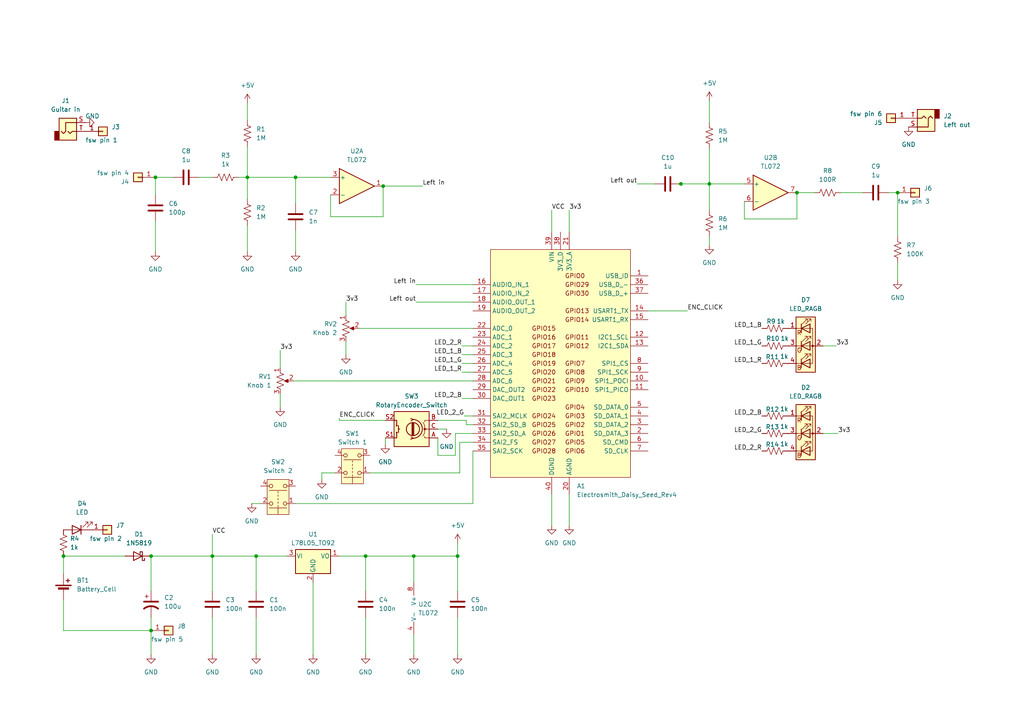
<source format=kicad_sch>
(kicad_sch (version 20230121) (generator eeschema)
  (paper "A4")
  (title_block (title "DaisyPdal") (rev "0.1"))
  (lib_symbols
    (symbol "Amplifier_Operational:TL072" (pin_names (offset 0.127))
      (property "Reference" "U" (at 0 5.08 0))
      (property "Value" "TL072" (at 0 -5.08 0))
      (symbol "TL072_1_1"
        (polyline (pts (xy -5.08 5.08) (xy 5.08 0) (xy -5.08 -5.08) (xy -5.08 5.08)) (stroke (width 0.254)) (fill (type background)))
        (pin output line (at 7.62 0 180) (length 2.54) (name "~") (number "1"))
        (pin input line (at -7.62 -2.54 0) (length 2.54) (name "-") (number "2"))
        (pin input line (at -7.62 2.54 0) (length 2.54) (name "+") (number "3"))
      )
      (symbol "TL072_2_1"
        (polyline (pts (xy -5.08 5.08) (xy 5.08 0) (xy -5.08 -5.08) (xy -5.08 5.08)) (stroke (width 0.254)) (fill (type background)))
        (pin input line (at -7.62 2.54 0) (length 2.54) (name "+") (number "5"))
        (pin input line (at -7.62 -2.54 0) (length 2.54) (name "-") (number "6"))
        (pin output line (at 7.62 0 180) (length 2.54) (name "~") (number "7"))
      )
      (symbol "TL072_3_1"
        (pin power_in line (at -2.54 -7.62 90) (length 3.81) (name "V-") (number "4"))
        (pin power_in line (at -2.54 7.62 270) (length 3.81) (name "V+") (number "8"))
      )
    )
    (symbol "Connector_Audio:AudioJack2"
      (property "Reference" "J" (at 0 8.89 0))
      (property "Value" "AudioJack2" (at 0 6.35 0))
      (symbol "AudioJack2_0_1"
        (rectangle (start -3.81 0) (end -2.54 -2.54) (stroke (width 0.254)) (fill (type outline)))
        (rectangle (start -2.54 3.81) (end 2.54 -2.54) (stroke (width 0.254)) (fill (type background)))
        (polyline (pts (xy 0 0) (xy 0.635 -0.635) (xy 1.27 0) (xy 2.54 0)) (stroke (width 0.254)))
        (polyline (pts (xy 2.54 2.54) (xy -0.635 2.54) (xy -0.635 0) (xy -1.27 -0.635) (xy -1.905 0)) (stroke (width 0.254)))
      )
      (symbol "AudioJack2_1_1"
        (pin passive line (at 5.08 2.54 180) (length 2.54) (name "~") (number "S"))
        (pin passive line (at 5.08 0 180) (length 2.54) (name "~") (number "T"))
      )
    )
    (symbol "Connector_Generic:Conn_01x01" (pin_names (offset 1.016) hide)
      (property "Reference" "J" (at 0 2.54 0))
      (property "Value" "Conn_01x01" (at 0 -2.54 0))
      (symbol "Conn_01x01_1_1"
        (rectangle (start -1.27 0.127) (end 0 -0.127) (stroke (width 0.1524)))
        (rectangle (start -1.27 1.27) (end 1.27 -1.27) (stroke (width 0.254)) (fill (type background)))
        (pin passive line (at -5.08 0 0) (length 3.81) (name "Pin_1") (number "1"))
      )
    )
    (symbol "Device:Battery_Cell" (pin_numbers hide) (pin_names (offset 0) hide)
      (property "Reference" "BT" (at 2.54 2.54 0))
      (property "Value" "Battery_Cell" (at 2.54 0 0))
      (symbol "Battery_Cell_0_1"
        (rectangle (start -2.286 1.778) (end 2.286 1.524) (fill (type outline)))
        (rectangle (start -1.524 1.016) (end 1.524 0.508) (fill (type outline)))
        (polyline (pts (xy 0 0.762) (xy 0 0)))
        (polyline (pts (xy 0 1.778) (xy 0 2.54)))
        (polyline (pts (xy 0.762 3.048) (xy 1.778 3.048)) (stroke (width 0.254)))
        (polyline (pts (xy 1.27 3.556) (xy 1.27 2.54)) (stroke (width 0.254)))
      )
      (symbol "Battery_Cell_1_1"
        (pin passive line (at 0 5.08 270) (length 2.54) (name "+") (number "1"))
        (pin passive line (at 0 -2.54 90) (length 2.54) (name "-") (number "2"))
      )
    )
    (symbol "Device:C" (pin_numbers hide) (pin_names (offset 0.254))
      (property "Reference" "C" (at 0.635 2.54 0))
      (property "Value" "C" (at 0.635 -2.54 0))
      (symbol "C_0_1"
        (polyline (pts (xy -2.032 -0.762) (xy 2.032 -0.762)) (stroke (width 0.508)))
        (polyline (pts (xy -2.032 0.762) (xy 2.032 0.762)) (stroke (width 0.508)))
      )
      (symbol "C_1_1"
        (pin passive line (at 0 3.81 270) (length 2.794) (name "~") (number "1"))
        (pin passive line (at 0 -3.81 90) (length 2.794) (name "~") (number "2"))
      )
    )
    (symbol "Device:C_Polarized_US" (pin_numbers hide) (pin_names (offset 0.254) hide)
      (property "Reference" "C" (at 0.635 2.54 0))
      (property "Value" "C_Polarized_US" (at 0.635 -2.54 0))
      (symbol "C_Polarized_US_0_1"
        (polyline (pts (xy -2.032 0.762) (xy 2.032 0.762)) (stroke (width 0.508)))
        (polyline (pts (xy -1.778 2.286) (xy -0.762 2.286)))
        (polyline (pts (xy -1.27 1.778) (xy -1.27 2.794)))
        (arc (start 2.032 -1.27) (mid 0 -0.5572) (end -2.032 -1.27) (stroke (width 0.508)))
      )
      (symbol "C_Polarized_US_1_1"
        (pin passive line (at 0 3.81 270) (length 2.794) (name "~") (number "1"))
        (pin passive line (at 0 -3.81 90) (length 3.302) (name "~") (number "2"))
      )
    )
    (symbol "Device:LED" (pin_numbers hide) (pin_names (offset 1.016) hide)
      (property "Reference" "D" (at 0 2.54 0))
      (property "Value" "LED" (at 0 -2.54 0))
      (symbol "LED_0_1"
        (polyline (pts (xy -1.27 -1.27) (xy -1.27 1.27)) (stroke (width 0.254)))
        (polyline (pts (xy -1.27 0) (xy 1.27 0)))
        (polyline (pts (xy 1.27 -1.27) (xy 1.27 1.27) (xy -1.27 0) (xy 1.27 -1.27)) (stroke (width 0.254)))
        (polyline (pts (xy -3.048 -0.762) (xy -4.572 -2.286) (xy -3.81 -2.286) (xy -4.572 -2.286) (xy -4.572 -1.524)))
        (polyline (pts (xy -1.778 -0.762) (xy -3.302 -2.286) (xy -2.54 -2.286) (xy -3.302 -2.286) (xy -3.302 -1.524)))
      )
      (symbol "LED_1_1"
        (pin passive line (at -3.81 0 0) (length 2.54) (name "K") (number "1"))
        (pin passive line (at 3.81 0 180) (length 2.54) (name "A") (number "2"))
      )
    )
    (symbol "Device:LED_RAGB" (pin_names (offset 0) hide)
      (property "Reference" "D" (at 0 9.398 0))
      (property "Value" "LED_RAGB" (at 0 -8.89 0))
      (symbol "LED_RAGB_0_0"
        (text "B" (at -1.905 -6.35 0) (effects (font (size 1.27 1.27))))
        (text "G" (at -1.905 -1.27 0) (effects (font (size 1.27 1.27))))
        (text "R" (at -1.905 3.81 0) (effects (font (size 1.27 1.27))))
      )
      (symbol "LED_RAGB_0_1"
        (polyline (pts (xy -1.27 -5.08) (xy -2.54 -5.08)))
        (polyline (pts (xy -1.27 -5.08) (xy 1.27 -5.08)))
        (polyline (pts (xy -1.27 -3.81) (xy -1.27 -6.35)) (stroke (width 0.254)))
        (polyline (pts (xy -1.27 0) (xy -2.54 0)))
        (polyline (pts (xy -1.27 1.27) (xy -1.27 -1.27)) (stroke (width 0.254)))
        (polyline (pts (xy -1.27 5.08) (xy -2.54 5.08)))
        (polyline (pts (xy -1.27 5.08) (xy 1.27 5.08)))
        (polyline (pts (xy -1.27 6.35) (xy -1.27 3.81)) (stroke (width 0.254)))
        (polyline (pts (xy 1.27 0) (xy -1.27 0)))
        (polyline (pts (xy 1.27 0) (xy 2.54 0)))
        (polyline (pts (xy -1.27 1.27) (xy -1.27 -1.27) (xy -1.27 -1.27)))
        (polyline (pts (xy -1.27 6.35) (xy -1.27 3.81) (xy -1.27 3.81)))
        (polyline (pts (xy 1.27 -5.08) (xy 2.032 -5.08) (xy 2.032 5.08) (xy 1.27 5.08)))
        (polyline (pts (xy 1.27 -3.81) (xy 1.27 -6.35) (xy -1.27 -5.08) (xy 1.27 -3.81)) (stroke (width 0.254)))
        (polyline (pts (xy 1.27 1.27) (xy 1.27 -1.27) (xy -1.27 0) (xy 1.27 1.27)) (stroke (width 0.254)))
        (polyline (pts (xy 1.27 6.35) (xy 1.27 3.81) (xy -1.27 5.08) (xy 1.27 6.35)) (stroke (width 0.254)))
        (polyline (pts (xy -1.016 -3.81) (xy 0.508 -2.286) (xy -0.254 -2.286) (xy 0.508 -2.286) (xy 0.508 -3.048)))
        (polyline (pts (xy -1.016 1.27) (xy 0.508 2.794) (xy -0.254 2.794) (xy 0.508 2.794) (xy 0.508 2.032)))
        (polyline (pts (xy -1.016 6.35) (xy 0.508 7.874) (xy -0.254 7.874) (xy 0.508 7.874) (xy 0.508 7.112)))
        (polyline (pts (xy 0 -3.81) (xy 1.524 -2.286) (xy 0.762 -2.286) (xy 1.524 -2.286) (xy 1.524 -3.048)))
        (polyline (pts (xy 0 1.27) (xy 1.524 2.794) (xy 0.762 2.794) (xy 1.524 2.794) (xy 1.524 2.032)))
        (polyline (pts (xy 0 6.35) (xy 1.524 7.874) (xy 0.762 7.874) (xy 1.524 7.874) (xy 1.524 7.112)))
        (rectangle (start 1.27 -1.27) (end 1.27 1.27))
        (rectangle (start 1.27 1.27) (end 1.27 1.27))
        (rectangle (start 1.27 3.81) (end 1.27 6.35))
        (rectangle (start 1.27 6.35) (end 1.27 6.35))
        (circle (center 2.032 0) (radius 0.254) (fill (type outline)))
        (rectangle (start 2.794 8.382) (end -2.794 -7.62) (stroke (width 0.254)) (fill (type background)))
      )
      (symbol "LED_RAGB_1_1"
        (pin passive line (at -5.08 5.08 0) (length 2.54) (name "RK") (number "1"))
        (pin passive line (at 5.08 0 180) (length 2.54) (name "A") (number "2"))
        (pin passive line (at -5.08 0 0) (length 2.54) (name "GK") (number "3"))
        (pin passive line (at -5.08 -5.08 0) (length 2.54) (name "BK") (number "4"))
      )
    )
    (symbol "Device:R_Potentiometer_US" (pin_names (offset 1.016) hide)
      (property "Reference" "RV" (at -4.445 0 90))
      (property "Value" "R_Potentiometer_US" (at -2.54 0 90))
      (symbol "R_Potentiometer_US_0_1"
        (polyline (pts (xy 0 -2.286) (xy 0 -2.54)))
        (polyline (pts (xy 0 2.54) (xy 0 2.286)))
        (polyline (pts (xy 2.54 0) (xy 1.524 0)))
        (polyline (pts (xy 1.143 0) (xy 2.286 0.508) (xy 2.286 -0.508) (xy 1.143 0)) (fill (type outline)))
        (polyline (pts (xy 0 -0.762) (xy 1.016 -1.143) (xy 0 -1.524) (xy -1.016 -1.905) (xy 0 -2.286)))
        (polyline (pts (xy 0 0.762) (xy 1.016 0.381) (xy 0 0) (xy -1.016 -0.381) (xy 0 -0.762)))
        (polyline (pts (xy 0 2.286) (xy 1.016 1.905) (xy 0 1.524) (xy -1.016 1.143) (xy 0 0.762)))
      )
      (symbol "R_Potentiometer_US_1_1"
        (pin passive line (at 0 3.81 270) (length 1.27) (name "1") (number "1"))
        (pin passive line (at 3.81 0 180) (length 1.27) (name "2") (number "2"))
        (pin passive line (at 0 -3.81 90) (length 1.27) (name "3") (number "3"))
      )
    )
    (symbol "Device:R_US" (pin_numbers hide) (pin_names (offset 0))
      (property "Reference" "R" (at 2.54 0 90))
      (property "Value" "R_US" (at -2.54 0 90))
      (symbol "R_US_0_1"
        (polyline (pts (xy 0 -2.286) (xy 0 -2.54)))
        (polyline (pts (xy 0 2.286) (xy 0 2.54)))
        (polyline (pts (xy 0 -0.762) (xy 1.016 -1.143) (xy 0 -1.524) (xy -1.016 -1.905) (xy 0 -2.286)))
        (polyline (pts (xy 0 0.762) (xy 1.016 0.381) (xy 0 0) (xy -1.016 -0.381) (xy 0 -0.762)))
        (polyline (pts (xy 0 2.286) (xy 1.016 1.905) (xy 0 1.524) (xy -1.016 1.143) (xy 0 0.762)))
      )
      (symbol "R_US_1_1"
        (pin passive line (at 0 3.81 270) (length 1.27) (name "~") (number "1"))
        (pin passive line (at 0 -3.81 90) (length 1.27) (name "~") (number "2"))
      )
    )
    (symbol "Device:RotaryEncoder_Switch" (pin_names (offset 0.254) hide)
      (property "Reference" "SW" (at 0 6.604 0))
      (property "Value" "RotaryEncoder_Switch" (at 0 -6.604 0))
      (symbol "RotaryEncoder_Switch_0_1"
        (rectangle (start -5.08 5.08) (end 5.08 -5.08) (stroke (width 0.254)) (fill (type background)))
        (circle (center -3.81 0) (radius 0.254) (fill (type outline)))
        (circle (center -0.381 0) (radius 1.905) (stroke (width 0.254)))
        (arc (start -0.381 2.667) (mid -3.0988 -0.0635) (end -0.381 -2.794) (stroke (width 0.254)))
        (polyline (pts (xy -0.635 -1.778) (xy -0.635 1.778)) (stroke (width 0.254)))
        (polyline (pts (xy -0.381 -1.778) (xy -0.381 1.778)) (stroke (width 0.254)))
        (polyline (pts (xy -0.127 1.778) (xy -0.127 -1.778)) (stroke (width 0.254)))
        (polyline (pts (xy 3.81 0) (xy 3.429 0)) (stroke (width 0.254)))
        (polyline (pts (xy 3.81 1.016) (xy 3.81 -1.016)) (stroke (width 0.254)))
        (polyline (pts (xy -5.08 -2.54) (xy -3.81 -2.54) (xy -3.81 -2.032)))
        (polyline (pts (xy -5.08 2.54) (xy -3.81 2.54) (xy -3.81 2.032)))
        (polyline (pts (xy 0.254 -3.048) (xy -0.508 -2.794) (xy 0.127 -2.413)) (stroke (width 0.254)))
        (polyline (pts (xy 0.254 2.921) (xy -0.508 2.667) (xy 0.127 2.286)) (stroke (width 0.254)))
        (polyline (pts (xy 5.08 -2.54) (xy 4.318 -2.54) (xy 4.318 -1.016)) (stroke (width 0.254)))
        (polyline (pts (xy 5.08 2.54) (xy 4.318 2.54) (xy 4.318 1.016)) (stroke (width 0.254)))
        (polyline (pts (xy -5.08 0) (xy -3.81 0) (xy -3.81 -1.016) (xy -3.302 -2.032)))
        (polyline (pts (xy -4.318 0) (xy -3.81 0) (xy -3.81 1.016) (xy -3.302 2.032)))
        (circle (center 4.318 -1.016) (radius 0.127) (stroke (width 0.254)))
        (circle (center 4.318 1.016) (radius 0.127) (stroke (width 0.254)))
      )
      (symbol "RotaryEncoder_Switch_1_1"
        (pin passive line (at -7.62 2.54 0) (length 2.54) (name "A") (number "A"))
        (pin passive line (at -7.62 -2.54 0) (length 2.54) (name "B") (number "B"))
        (pin passive line (at -7.62 0 0) (length 2.54) (name "C") (number "C"))
        (pin passive line (at 7.62 2.54 180) (length 2.54) (name "S1") (number "S1"))
        (pin passive line (at 7.62 -2.54 180) (length 2.54) (name "S2") (number "S2"))
      )
    )
    (symbol "Diode:1N5819" (pin_numbers hide) (pin_names (offset 1.016) hide)
      (property "Reference" "D" (at 0 2.54 0))
      (property "Value" "1N5819" (at 0 -2.54 0))
      (symbol "1N5819_0_1"
        (polyline (pts (xy 1.27 0) (xy -1.27 0)))
        (polyline (pts (xy 1.27 1.27) (xy 1.27 -1.27) (xy -1.27 0) (xy 1.27 1.27)) (stroke (width 0.254)))
        (polyline (pts (xy -1.905 0.635) (xy -1.905 1.27) (xy -1.27 1.27) (xy -1.27 -1.27) (xy -0.635 -1.27) (xy -0.635 -0.635)) (stroke (width 0.254)))
      )
      (symbol "1N5819_1_1"
        (pin passive line (at -3.81 0 0) (length 2.54) (name "K") (number "1"))
        (pin passive line (at 3.81 0 180) (length 2.54) (name "A") (number "2"))
      )
    )
    (symbol "MCU_Module:Electrosmith_Daisy_Seed_Rev4"
      (property "Reference" "A" (at -20.32 34.29 0))
      (property "Value" "Electrosmith_Daisy_Seed_Rev4" (at 33.02 34.29 0))
      (symbol "Electrosmith_Daisy_Seed_Rev4_0_0"
        (text "GPIO0" (at 1.27 25.4 0) (effects (font (size 1.27 1.27)) (justify left)))
        (text "GPIO1" (at 1.27 -20.32 0) (effects (font (size 1.27 1.27)) (justify left)))
        (text "GPIO10" (at 1.27 -7.62 0) (effects (font (size 1.27 1.27)) (justify left)))
        (text "GPIO11" (at 1.27 7.62 0) (effects (font (size 1.27 1.27)) (justify left)))
        (text "GPIO12" (at 1.27 5.08 0) (effects (font (size 1.27 1.27)) (justify left)))
        (text "GPIO13" (at 1.27 15.24 0) (effects (font (size 1.27 1.27)) (justify left)))
        (text "GPIO14" (at 1.27 12.7 0) (effects (font (size 1.27 1.27)) (justify left)))
        (text "GPIO15" (at -1.27 10.16 0) (effects (font (size 1.27 1.27)) (justify right)))
        (text "GPIO16" (at -1.27 7.62 0) (effects (font (size 1.27 1.27)) (justify right)))
        (text "GPIO17" (at -1.27 5.08 0) (effects (font (size 1.27 1.27)) (justify right)))
        (text "GPIO18" (at -1.27 2.54 0) (effects (font (size 1.27 1.27)) (justify right)))
        (text "GPIO19" (at -1.27 0 0) (effects (font (size 1.27 1.27)) (justify right)))
        (text "GPIO2" (at 1.27 -17.78 0) (effects (font (size 1.27 1.27)) (justify left)))
        (text "GPIO20" (at -1.27 -2.54 0) (effects (font (size 1.27 1.27)) (justify right)))
        (text "GPIO21" (at -1.27 -5.08 0) (effects (font (size 1.27 1.27)) (justify right)))
        (text "GPIO22" (at -1.27 -7.62 0) (effects (font (size 1.27 1.27)) (justify right)))
        (text "GPIO23" (at -1.27 -10.16 0) (effects (font (size 1.27 1.27)) (justify right)))
        (text "GPIO24" (at -1.27 -15.24 0) (effects (font (size 1.27 1.27)) (justify right)))
        (text "GPIO25" (at -1.27 -17.78 0) (effects (font (size 1.27 1.27)) (justify right)))
        (text "GPIO26" (at -1.27 -20.32 0) (effects (font (size 1.27 1.27)) (justify right)))
        (text "GPIO27" (at -1.27 -22.86 0) (effects (font (size 1.27 1.27)) (justify right)))
        (text "GPIO28" (at -1.27 -25.4 0) (effects (font (size 1.27 1.27)) (justify right)))
        (text "GPIO29" (at 1.27 22.86 0) (effects (font (size 1.27 1.27)) (justify left)))
        (text "GPIO3" (at 1.27 -15.24 0) (effects (font (size 1.27 1.27)) (justify left)))
        (text "GPIO30" (at 1.27 20.32 0) (effects (font (size 1.27 1.27)) (justify left)))
        (text "GPIO4" (at 1.27 -12.7 0) (effects (font (size 1.27 1.27)) (justify left)))
        (text "GPIO5" (at 1.27 -22.86 0) (effects (font (size 1.27 1.27)) (justify left)))
        (text "GPIO6" (at 1.27 -25.4 0) (effects (font (size 1.27 1.27)) (justify left)))
        (text "GPIO7" (at 1.27 0 0) (effects (font (size 1.27 1.27)) (justify left)))
        (text "GPIO8" (at 1.27 -2.54 0) (effects (font (size 1.27 1.27)) (justify left)))
        (text "GPIO9" (at 1.27 -5.08 0) (effects (font (size 1.27 1.27)) (justify left)))
        (pin bidirectional line (at 25.4 25.4 180) (length 5.08) (name "USB_ID") (number "1"))
        (pin bidirectional line (at 25.4 -5.08 180) (length 5.08) (name "SPI1_POCI") (number "10"))
        (pin bidirectional line (at 25.4 -7.62 180) (length 5.08) (name "SPI1_PICO") (number "11"))
        (pin bidirectional line (at 25.4 7.62 180) (length 5.08) (name "I2C1_SCL") (number "12"))
        (pin bidirectional line (at 25.4 5.08 180) (length 5.08) (name "I2C1_SDA") (number "13"))
        (pin bidirectional line (at 25.4 15.24 180) (length 5.08) (name "USART1_TX") (number "14"))
        (pin bidirectional line (at 25.4 12.7 180) (length 5.08) (name "USART1_RX") (number "15"))
        (pin input line (at -25.4 22.86 0) (length 5.08) (name "AUDIO_IN_1") (number "16"))
        (pin input line (at -25.4 20.32 0) (length 5.08) (name "AUDIO_IN_2") (number "17"))
        (pin output line (at -25.4 17.78 0) (length 5.08) (name "AUDIO_OUT_1") (number "18"))
        (pin output line (at -25.4 15.24 0) (length 5.08) (name "AUDIO_OUT_2") (number "19"))
        (pin bidirectional line (at 25.4 -20.32 180) (length 5.08) (name "SD_DATA_3") (number "2"))
        (pin power_in line (at 2.54 -38.1 90) (length 5.08) (name "AGND") (number "20"))
        (pin power_out line (at 2.54 38.1 270) (length 5.08) (name "3V3_A") (number "21"))
        (pin bidirectional line (at -25.4 10.16 0) (length 5.08) (name "ADC_0") (number "22"))
        (pin bidirectional line (at -25.4 7.62 0) (length 5.08) (name "ADC_1") (number "23"))
        (pin bidirectional line (at -25.4 5.08 0) (length 5.08) (name "ADC_2") (number "24"))
        (pin bidirectional line (at -25.4 2.54 0) (length 5.08) (name "ADC_3") (number "25"))
        (pin bidirectional line (at -25.4 0 0) (length 5.08) (name "ADC_4") (number "26"))
        (pin bidirectional line (at -25.4 -2.54 0) (length 5.08) (name "ADC_5") (number "27"))
        (pin bidirectional line (at -25.4 -5.08 0) (length 5.08) (name "ADC_6") (number "28"))
        (pin bidirectional line (at -25.4 -7.62 0) (length 5.08) (name "DAC_OUT2") (number "29"))
        (pin bidirectional line (at 25.4 -17.78 180) (length 5.08) (name "SD_DATA_2") (number "3"))
        (pin bidirectional line (at -25.4 -10.16 0) (length 5.08) (name "DAC_OUT1") (number "30"))
        (pin bidirectional line (at -25.4 -15.24 0) (length 5.08) (name "SAI2_MCLK") (number "31"))
        (pin bidirectional line (at -25.4 -17.78 0) (length 5.08) (name "SAI2_SD_B") (number "32"))
        (pin bidirectional line (at -25.4 -20.32 0) (length 5.08) (name "SAI2_SD_A") (number "33"))
        (pin bidirectional line (at -25.4 -22.86 0) (length 5.08) (name "SAI2_FS") (number "34"))
        (pin bidirectional line (at -25.4 -25.4 0) (length 5.08) (name "SAI2_SCK") (number "35"))
        (pin bidirectional line (at 25.4 22.86 180) (length 5.08) (name "USB_D_-") (number "36"))
        (pin bidirectional line (at 25.4 20.32 180) (length 5.08) (name "USB_D_+") (number "37"))
        (pin power_out line (at 0 38.1 270) (length 5.08) (name "3V3_D") (number "38"))
        (pin power_in line (at -2.54 38.1 270) (length 5.08) (name "VIN") (number "39"))
        (pin bidirectional line (at 25.4 -15.24 180) (length 5.08) (name "SD_DATA_1") (number "4"))
        (pin power_in line (at -2.54 -38.1 90) (length 5.08) (name "DGND") (number "40"))
        (pin bidirectional line (at 25.4 -12.7 180) (length 5.08) (name "SD_DATA_0") (number "5"))
        (pin bidirectional line (at 25.4 -22.86 180) (length 5.08) (name "SD_CMD") (number "6"))
        (pin bidirectional line (at 25.4 -25.4 180) (length 5.08) (name "SD_CLK") (number "7"))
        (pin bidirectional line (at 25.4 0 180) (length 5.08) (name "SPI1_CS") (number "8"))
        (pin bidirectional line (at 25.4 -2.54 180) (length 5.08) (name "SPI1_SCK") (number "9"))
      )
      (symbol "Electrosmith_Daisy_Seed_Rev4_0_1"
        (rectangle (start -20.32 33.02) (end 20.32 -33.02) (fill (type background)))
      )
    )
    (symbol "Regulator_Linear:L78L05_TO92" (pin_names (offset 0.254))
      (property "Reference" "U" (at -3.81 3.175 0))
      (property "Value" "L78L05_TO92" (at 0 3.175 0))
      (symbol "L78L05_TO92_0_1"
        (rectangle (start -5.08 -5.08) (end 5.08 1.905) (stroke (width 0.254)) (fill (type background)))
      )
      (symbol "L78L05_TO92_1_1"
        (pin power_out line (at 7.62 0 180) (length 2.54) (name "VO") (number "1"))
        (pin power_in line (at 0 -7.62 90) (length 2.54) (name "GND") (number "2"))
        (pin power_in line (at -7.62 0 0) (length 2.54) (name "VI") (number "3"))
      )
    )
    (symbol "Switch:SW_Push_Dual" (pin_names (offset 1.016) hide)
      (property "Reference" "SW" (at 0 7.62 0))
      (property "Value" "SW_Push_Dual" (at 0 -6.35 0))
      (symbol "SW_Push_Dual_0_1"
        (circle (center -2.032 -2.54) (radius 0.508))
        (circle (center -2.032 2.54) (radius 0.508))
        (polyline (pts (xy 0 -0.508) (xy 0 -1.016)))
        (polyline (pts (xy 0 0.508) (xy 0 0)))
        (polyline (pts (xy 0 1.016) (xy 0 1.524)))
        (polyline (pts (xy 0 2.032) (xy 0 2.54)))
        (polyline (pts (xy 0 3.048) (xy 0 3.556)))
        (polyline (pts (xy 0 3.81) (xy 0 5.588)))
        (polyline (pts (xy 2.54 -1.27) (xy -2.54 -1.27)))
        (polyline (pts (xy 2.54 3.81) (xy -2.54 3.81)))
        (circle (center 2.032 -2.54) (radius 0.508))
        (circle (center 2.032 2.54) (radius 0.508))
        (pin passive line (at -5.08 2.54 0) (length 2.54) (name "1") (number "1"))
        (pin passive line (at 5.08 2.54 180) (length 2.54) (name "2") (number "2"))
        (pin passive line (at -5.08 -2.54 0) (length 2.54) (name "3") (number "3"))
        (pin passive line (at 5.08 -2.54 180) (length 2.54) (name "4") (number "4"))
      )
      (symbol "SW_Push_Dual_1_1"
        (rectangle (start -3.175 5.715) (end 3.175 -4.445) (fill (type background)))
      )
    )
    (symbol "power:+5V" (power) (pin_names (offset 0))
      (property "Value" "+5V" (at 0 3.556 0))
      (symbol "+5V_0_1"
        (polyline (pts (xy -0.762 1.27) (xy 0 2.54)))
        (polyline (pts (xy 0 0) (xy 0 2.54)))
        (polyline (pts (xy 0 2.54) (xy 0.762 1.27)))
      )
      (symbol "+5V_1_1"
        (pin power_in line (at 0 0 90) (length 0) hide (name "+5V") (number "1"))
      )
    )
    (symbol "power:GND" (power) (pin_names (offset 0))
      (property "Value" "GND" (at 0 -3.81 0))
      (symbol "GND_0_1"
        (polyline (pts (xy 0 0) (xy 0 -1.27) (xy 1.27 -1.27) (xy 0 -2.54) (xy -1.27 -1.27) (xy 0 -1.27)))
      )
      (symbol "GND_1_1"
        (pin power_in line (at 0 0 270) (length 0) hide (name "GND") (number "1"))
      )
    )
  )
  (junction (at 71.755 51.435))
  (junction (at 197.485 53.34))
  (junction (at 231.14 55.88))
  (junction (at 45.085 51.435))
  (junction (at 205.74 53.34))
  (junction (at 43.815 161.29))
  (junction (at 18.415 161.29))
  (junction (at 61.595 161.29))
  (junction (at 260.35 55.88))
  (junction (at 132.715 161.29))
  (junction (at 85.725 51.435))
  (junction (at 106.045 161.29))
  (junction (at 74.295 161.29))
  (junction (at 111.125 53.975))
  (junction (at 43.815 182.88))
  (junction (at 120.015 161.29))
  (wire (pts (xy 215.9 63.5) (xy 215.9 58.42)))
  (wire (pts (xy 133.985 105.41) (xy 137.16 105.41)))
  (wire (pts (xy 231.14 55.88) (xy 236.22 55.88)))
  (wire (pts (xy 243.84 55.88) (xy 250.19 55.88)))
  (wire (pts (xy 120.015 161.29) (xy 132.715 161.29)))
  (wire (pts (xy 137.16 128.27) (xy 133.35 128.27)))
  (wire (pts (xy 133.985 107.95) (xy 137.16 107.95)))
  (wire (pts (xy 127 127) (xy 127 132.08)))
  (wire (pts (xy 18.415 182.88) (xy 43.815 182.88)))
  (wire (pts (xy 132.715 157.48) (xy 132.715 161.29)))
  (wire (pts (xy 98.425 121.285) (xy 98.425 121.92)))
  (wire (pts (xy 238.76 100.33) (xy 242.57 100.33)))
  (wire (pts (xy 197.485 53.34) (xy 205.74 53.34)))
  (wire (pts (xy 18.415 166.37) (xy 18.415 161.29)))
  (wire (pts (xy 133.985 100.33) (xy 137.16 100.33)))
  (wire (pts (xy 184.785 53.34) (xy 189.865 53.34)))
  (wire (pts (xy 43.815 179.07) (xy 43.815 182.88)))
  (wire (pts (xy 205.74 29.21) (xy 205.74 35.56)))
  (wire (pts (xy 98.425 161.29) (xy 106.045 161.29)))
  (wire (pts (xy 71.755 29.845) (xy 71.755 34.925)))
  (wire (pts (xy 160.02 60.96) (xy 160.02 67.31)))
  (wire (pts (xy 127 121.92) (xy 135.255 121.92)))
  (wire (pts (xy 43.815 182.88) (xy 43.815 189.865)))
  (wire (pts (xy 61.595 179.07) (xy 61.595 189.865)))
  (wire (pts (xy 45.085 51.435) (xy 45.085 56.515)))
  (wire (pts (xy 205.74 68.58) (xy 205.74 71.12)))
  (wire (pts (xy 85.09 110.49) (xy 137.16 110.49)))
  (wire (pts (xy 132.08 125.73) (xy 137.16 125.73)))
  (wire (pts (xy 81.28 114.3) (xy 81.28 118.11)))
  (wire (pts (xy 73.025 146.05) (xy 75.565 146.05)))
  (wire (pts (xy 100.33 87.63) (xy 100.33 91.44)))
  (wire (pts (xy 104.14 95.25) (xy 137.16 95.25)))
  (wire (pts (xy 90.805 168.91) (xy 90.805 189.865)))
  (wire (pts (xy 196.85 53.34) (xy 197.485 53.34)))
  (wire (pts (xy 238.76 125.73) (xy 243.078 125.73)))
  (wire (pts (xy 61.595 161.29) (xy 74.295 161.29)))
  (wire (pts (xy 205.74 53.34) (xy 215.9 53.34)))
  (wire (pts (xy 260.35 68.58) (xy 260.35 55.88)))
  (wire (pts (xy 135.255 123.19) (xy 135.255 121.92)))
  (wire (pts (xy 43.815 161.29) (xy 61.595 161.29)))
  (wire (pts (xy 111.76 127) (xy 111.76 128.905)))
  (wire (pts (xy 45.085 51.435) (xy 50.165 51.435)))
  (wire (pts (xy 187.96 90.17) (xy 199.39 90.17)))
  (wire (pts (xy 85.725 51.435) (xy 71.755 51.435)))
  (wire (pts (xy 61.595 161.29) (xy 61.595 171.45)))
  (wire (pts (xy 132.715 179.07) (xy 132.715 189.865)))
  (wire (pts (xy 205.74 43.18) (xy 205.74 53.34)))
  (wire (pts (xy 57.785 51.435) (xy 61.595 51.435)))
  (wire (pts (xy 231.14 55.88) (xy 231.14 63.5)))
  (wire (pts (xy 18.415 173.99) (xy 18.415 182.88)))
  (wire (pts (xy 132.08 125.73) (xy 132.08 132.08)))
  (wire (pts (xy 132.715 161.29) (xy 132.715 171.45)))
  (wire (pts (xy 133.985 102.87) (xy 137.16 102.87)))
  (wire (pts (xy 95.885 56.515) (xy 95.885 62.865)))
  (wire (pts (xy 160.02 143.51) (xy 160.02 152.4)))
  (wire (pts (xy 107.315 137.16) (xy 133.35 137.16)))
  (wire (pts (xy 43.815 161.29) (xy 43.815 171.45)))
  (wire (pts (xy 81.28 101.6) (xy 81.28 106.68)))
  (wire (pts (xy 85.725 146.05) (xy 137.16 146.05)))
  (wire (pts (xy 257.81 55.88) (xy 260.35 55.88)))
  (wire (pts (xy 74.295 179.07) (xy 74.295 189.865)))
  (wire (pts (xy 205.74 53.34) (xy 205.74 60.96)))
  (wire (pts (xy 165.1 143.51) (xy 165.1 152.4)))
  (wire (pts (xy 120.65 87.63) (xy 137.16 87.63)))
  (wire (pts (xy 45.085 64.135) (xy 45.085 73.025)))
  (wire (pts (xy 71.755 42.545) (xy 71.755 51.435)))
  (wire (pts (xy 111.76 121.92) (xy 98.425 121.92)))
  (wire (pts (xy 74.295 161.29) (xy 83.185 161.29)))
  (wire (pts (xy 132.08 132.08) (xy 127 132.08)))
  (wire (pts (xy 71.755 65.405) (xy 71.755 73.025)))
  (wire (pts (xy 260.35 76.2) (xy 260.35 81.28)))
  (wire (pts (xy 165.1 60.96) (xy 165.1 67.31)))
  (wire (pts (xy 127 124.46) (xy 129.54 124.46)))
  (wire (pts (xy 71.755 51.435) (xy 71.755 57.785)))
  (wire (pts (xy 61.595 154.94) (xy 61.595 161.29)))
  (wire (pts (xy 85.725 59.055) (xy 85.725 51.435)))
  (wire (pts (xy 231.14 63.5) (xy 215.9 63.5)))
  (wire (pts (xy 133.35 128.27) (xy 133.35 137.16)))
  (wire (pts (xy 111.125 53.975) (xy 122.555 53.975)))
  (wire (pts (xy 111.125 53.975) (xy 111.125 62.865)))
  (wire (pts (xy 120.65 82.55) (xy 137.16 82.55)))
  (wire (pts (xy 120.015 184.15) (xy 120.015 189.865)))
  (wire (pts (xy 69.215 51.435) (xy 71.755 51.435)))
  (wire (pts (xy 85.725 66.675) (xy 85.725 73.025)))
  (wire (pts (xy 137.16 130.81) (xy 137.16 146.05)))
  (wire (pts (xy 85.725 51.435) (xy 95.885 51.435)))
  (wire (pts (xy 106.045 161.29) (xy 106.045 171.45)))
  (wire (pts (xy 133.985 115.57) (xy 137.16 115.57)))
  (wire (pts (xy 120.015 161.29) (xy 120.015 168.91)))
  (wire (pts (xy 106.045 161.29) (xy 120.015 161.29)))
  (wire (pts (xy 100.33 99.06) (xy 100.33 102.87)))
  (wire (pts (xy 137.16 123.19) (xy 135.255 123.19)))
  (wire (pts (xy 106.045 179.07) (xy 106.045 189.865)))
  (wire (pts (xy 95.885 62.865) (xy 111.125 62.865)))
  (wire (pts (xy 134.62 120.65) (xy 137.16 120.65)))
  (wire (pts (xy 97.155 137.16) (xy 93.345 137.16)))
  (wire (pts (xy 93.345 137.16) (xy 93.345 139.065)))
  (wire (pts (xy 74.295 161.29) (xy 74.295 171.45)))
  (wire (pts (xy 18.415 161.29) (xy 36.195 161.29)))
  (label "VCC" (at 160.02 60.96 0))
  (label "3v3" (at 243.078 125.73 0))
  (label "LED_2_R" (at 133.985 100.33 180))
  (label "ENC_CLICK" (at 98.425 121.285 0))
  (label "Left out" (at 184.785 53.34 180))
  (label "LED_2_B" (at 220.98 120.65 180))
  (label "LED_1_G" (at 133.985 105.41 180))
  (label "LED_2_R" (at 220.98 130.81 180))
  (label "LED_2_G" (at 220.98 125.73 180))
  (label "3v3" (at 165.1 60.96 0))
  (label "LED_2_G" (at 134.62 120.65 180))
  (label "VCC" (at 61.595 154.94 0))
  (label "LED_1_R" (at 133.985 107.95 180))
  (label "LED_1_B" (at 133.985 102.87 180))
  (label "Left in" (at 122.555 53.975 0))
  (label "Left in" (at 120.65 82.55 180))
  (label "ENC_CLICK" (at 199.39 90.17 0))
  (label "Left out" (at 120.65 87.63 180))
  (label "3v3" (at 81.28 101.6 0))
  (label "LED_1_G" (at 220.98 100.33 180))
  (label "LED_2_B" (at 133.985 115.57 180))
  (label "3v3" (at 242.57 100.33 0))
  (label "LED_1_R" (at 220.98 105.41 180))
  (label "3v3" (at 100.33 87.63 0))
  (label "LED_1_B" (at 220.98 95.25 180))
  (symbol (lib_id "Device:R_US") (at 224.79 100.33 90) (unit 1)
    (property "Reference" "R10" (at 224.155 98.171 90))
    (property "Value" "1k" (at 227.584 98.171 90))
    (property "Footprint" "Resistor_THT:R_Axial_DIN0207_L6.3mm_D2.5mm_P10.16mm_Horizontal" (effects hide))
  )
  (symbol (lib_id "Device:R_US") (at 224.79 120.65 90) (unit 1)
    (property "Reference" "R12" (at 224.028 118.745 90))
    (property "Value" "1k" (at 227.457 118.618 90))
    (property "Footprint" "Resistor_THT:R_Axial_DIN0207_L6.3mm_D2.5mm_P10.16mm_Horizontal" (effects hide))
  )
  (symbol (lib_id "Device:LED_RAGB") (at 233.68 100.33 0) (unit 1)
    (property "Reference" "D7" (at 233.68 86.995 0))
    (property "Value" "LED_RAGB" (at 233.68 89.535 0))
  )
  (symbol (lib_id "Device:R_US") (at 240.03 55.88 90) (unit 1)
    (property "Reference" "R8" (at 240.03 49.53 90))
    (property "Value" "100R" (at 240.03 52.07 90))
    (property "Footprint" "Resistor_THT:R_Axial_DIN0207_L6.3mm_D2.5mm_P10.16mm_Horizontal" (effects hide))
  )
  (symbol (lib_id "power:GND") (at 73.025 146.05 0) (unit 1)
    (property "Reference" "#PWR020" (effects hide))
    (property "Value" "GND" (at 73.025 151.13 0))
  )
  (symbol (lib_id "Device:RotaryEncoder_Switch") (at 119.38 124.46 180) (unit 1)
    (property "Reference" "SW3" (at 119.38 114.935 0))
    (property "Value" "RotaryEncoder_Switch" (at 119.38 117.475 0))
    (property "Footprint" "Rotary_Encoder:RotaryEncoder_Alps_EC12E-Switch_Vertical_H20mm" (effects hide))
  )
  (symbol (lib_id "Device:R_US") (at 71.755 38.735 0) (unit 1)
    (property "Reference" "R1" (at 74.295 37.465 0) (effects (justify left)))
    (property "Value" "1M" (at 74.295 40.005 0) (effects (justify left)))
    (property "Footprint" "Resistor_THT:R_Axial_DIN0207_L6.3mm_D2.5mm_P10.16mm_Horizontal" (effects hide))
  )
  (symbol (lib_id "Device:C") (at 193.675 53.34 90) (unit 1)
    (property "Reference" "C10" (at 193.675 45.72 90))
    (property "Value" "1u" (at 193.675 48.26 90))
    (property "Footprint" "Capacitor_THT:C_Rect_L9.0mm_W2.5mm_P7.50mm_MKT" (effects hide))
  )
  (symbol (lib_id "Device:R_US") (at 224.79 105.41 90) (unit 1)
    (property "Reference" "R11" (at 224.028 103.505 90))
    (property "Value" "1k" (at 227.457 103.378 90))
    (property "Footprint" "Resistor_THT:R_Axial_DIN0207_L6.3mm_D2.5mm_P10.16mm_Horizontal" (effects hide))
  )
  (symbol (lib_id "power:GND") (at 120.015 189.865 0) (unit 1)
    (property "Reference" "#PWR09" (effects hide))
    (property "Value" "GND" (at 120.015 194.945 0))
  )
  (symbol (lib_id "Device:C") (at 85.725 62.865 0) (unit 1)
    (property "Reference" "C7" (at 89.535 61.595 0) (effects (justify left)))
    (property "Value" "1n" (at 89.535 64.135 0) (effects (justify left)))
    (property "Footprint" "Capacitor_THT:C_Rect_L9.0mm_W2.5mm_P7.50mm_MKT" (effects hide))
  )
  (symbol (lib_id "Connector_Generic:Conn_01x01") (at 48.895 182.88 0) (unit 1)
    (property "Reference" "J8" (at 51.435 181.61 0) (effects (justify left)))
    (property "Value" "fsw pin 5" (at 43.815 185.42 0) (effects (justify left)))
    (property "Footprint" "Connector_Wire:SolderWire-0.75sqmm_1x01_D1.25mm_OD3.5mm" (effects hide))
  )
  (symbol (lib_id "Amplifier_Operational:TL072") (at 103.505 53.975 0) (unit 1)
    (property "Reference" "U2" (at 103.505 43.815 0))
    (property "Value" "TL072" (at 103.505 46.355 0))
    (property "Footprint" "Package_DIP:DIP-8_W7.62mm_Socket" (effects hide))
    (property "Datasheet" "http://www.ti.com/lit/ds/symlink/tl071.pdf" (effects hide))
  )
  (symbol (lib_id "power:GND") (at 85.725 73.025 0) (unit 1)
    (property "Reference" "#PWR012" (effects hide))
    (property "Value" "GND" (at 85.725 78.105 0))
  )
  (symbol (lib_id "power:GND") (at 205.74 71.12 0) (unit 1)
    (property "Reference" "#PWR016" (effects hide))
    (property "Value" "GND" (at 205.74 76.2 0))
  )
  (symbol (lib_id "power:GND") (at 93.345 139.065 0) (unit 1)
    (property "Reference" "#PWR019" (effects hide))
    (property "Value" "GND" (at 93.345 144.145 0))
  )
  (symbol (lib_id "power:GND") (at 45.085 73.025 0) (unit 1)
    (property "Reference" "#PWR02" (effects hide))
    (property "Value" "GND" (at 45.085 78.105 0))
  )
  (symbol (lib_id "Device:C") (at 106.045 175.26 180) (unit 1)
    (property "Reference" "C4" (at 109.855 173.99 0) (effects (justify right)))
    (property "Value" "100n" (at 109.855 176.53 0) (effects (justify right)))
    (property "Footprint" "Capacitor_THT:C_Rect_L9.0mm_W2.5mm_P7.50mm_MKT" (effects hide))
  )
  (symbol (lib_id "Device:R_US") (at 71.755 61.595 0) (unit 1)
    (property "Reference" "R2" (at 74.295 60.325 0) (effects (justify left)))
    (property "Value" "1M" (at 74.295 62.865 0) (effects (justify left)))
    (property "Footprint" "Resistor_THT:R_Axial_DIN0207_L6.3mm_D2.5mm_P10.16mm_Horizontal" (effects hide))
  )
  (symbol (lib_id "power:GND") (at 129.54 124.46 0) (unit 1)
    (property "Reference" "#PWR023" (effects hide))
    (property "Value" "GND" (at 129.54 129.54 0))
  )
  (symbol (lib_id "power:GND") (at 74.295 189.865 0) (unit 1)
    (property "Reference" "#PWR06" (effects hide))
    (property "Value" "GND" (at 74.295 194.945 0))
  )
  (symbol (lib_id "Device:R_Potentiometer_US") (at 100.33 95.25 0) (unit 1)
    (property "Reference" "RV2" (at 97.79 93.98 0) (effects (justify right)))
    (property "Value" "Knob 2" (at 97.79 96.52 0) (effects (justify right)))
    (property "Footprint" "Potentiometer_THT:Potentiometer_Alps_RK09K_Single_Vertical" (effects hide))
  )
  (symbol (lib_id "power:GND") (at 132.715 189.865 0) (unit 1)
    (property "Reference" "#PWR010" (effects hide))
    (property "Value" "GND" (at 132.715 194.945 0))
  )
  (symbol (lib_id "Connector_Generic:Conn_01x01") (at 265.43 55.88 0) (unit 1)
    (property "Reference" "J6" (at 267.97 54.61 0) (effects (justify left)))
    (property "Value" "fsw pin 3" (at 260.35 58.42 0) (effects (justify left)))
    (property "Footprint" "Connector_Wire:SolderWire-0.75sqmm_1x01_D1.25mm_OD3.5mm" (effects hide))
  )
  (symbol (lib_id "Switch:SW_Push_Dual") (at 80.645 143.51 180) (unit 1)
    (property "Reference" "SW2" (at 80.645 133.985 0))
    (property "Value" "Switch 2" (at 80.645 136.525 0))
    (property "Footprint" "Button_Switch_THT:SW_CW_GPTS203211B_1 podal" (effects hide))
  )
  (symbol (lib_id "power:GND") (at 106.045 189.865 0) (unit 1)
    (property "Reference" "#PWR08" (effects hide))
    (property "Value" "GND" (at 106.045 194.945 0))
  )
  (symbol (lib_id "power:+5V") (at 71.755 29.845 0) (unit 1)
    (property "Reference" "#PWR013" (effects hide))
    (property "Value" "+5V" (at 71.755 24.765 0))
  )
  (symbol (lib_id "Device:Battery_Cell") (at 18.415 171.45 0) (unit 1)
    (property "Reference" "BT1" (at 22.225 168.3385 0) (effects (justify left)))
    (property "Value" "Battery_Cell" (at 22.225 170.8785 0) (effects (justify left)))
    (property "Footprint" "Connector_BarrelJack:BarrelJack_Horizontal_centre_negative" (effects hide))
  )
  (symbol (lib_id "power:GND") (at 43.815 189.865 0) (unit 1)
    (property "Reference" "#PWR01" (effects hide))
    (property "Value" "GND" (at 43.815 194.945 0))
  )
  (symbol (lib_id "power:+5V") (at 132.715 157.48 0) (unit 1)
    (property "Reference" "#PWR011" (effects hide))
    (property "Value" "+5V" (at 132.715 152.4 0))
  )
  (symbol (lib_id "Device:LED_RAGB") (at 233.68 125.73 0) (unit 1)
    (property "Reference" "D2" (at 233.68 112.395 0))
    (property "Value" "LED_RAGB" (at 233.68 114.935 0))
  )
  (symbol (lib_id "Device:C_Polarized_US") (at 43.815 175.26 0) (unit 1)
    (property "Reference" "C2" (at 47.625 173.355 0) (effects (justify left)))
    (property "Value" "100u" (at 47.625 175.895 0) (effects (justify left)))
    (property "Footprint" "Capacitor_THT:C_Radial_D10.0mm_H16.0mm_P5.00mm" (effects hide))
  )
  (symbol (lib_id "Regulator_Linear:L78L05_TO92") (at 90.805 161.29 0) (unit 1)
    (property "Reference" "U1" (at 90.805 154.94 0))
    (property "Value" "L78L05_TO92" (at 90.805 157.48 0))
    (property "Footprint" "Package_TO_SOT_THT:TO-92_Inline_Wide" (effects hide))
    (property "Datasheet" "http://www.st.com/content/ccc/resource/technical/document/datasheet/15/55/e5/aa/23/5b/43/fd/CD00000446.pdf/files/CD00000446.pdf/jcr:content/translations/en.CD00000446.pdf" (effects hide))
  )
  (symbol (lib_id "power:GND") (at 61.595 189.865 0) (unit 1)
    (property "Reference" "#PWR05" (effects hide))
    (property "Value" "GND" (at 61.595 194.945 0))
  )
  (symbol (lib_id "Device:C") (at 132.715 175.26 180) (unit 1)
    (property "Reference" "C5" (at 136.525 173.99 0) (effects (justify right)))
    (property "Value" "100n" (at 136.525 176.53 0) (effects (justify right)))
    (property "Footprint" "Capacitor_THT:C_Rect_L9.0mm_W2.5mm_P7.50mm_MKT" (effects hide))
  )
  (symbol (lib_id "Device:C") (at 61.595 175.26 180) (unit 1)
    (property "Reference" "C3" (at 65.405 173.99 0) (effects (justify right)))
    (property "Value" "100n" (at 65.405 176.53 0) (effects (justify right)))
    (property "Footprint" "Capacitor_THT:C_Rect_L9.0mm_W2.5mm_P7.50mm_MKT" (effects hide))
  )
  (symbol (lib_id "Device:R_US") (at 205.74 39.37 0) (unit 1)
    (property "Reference" "R5" (at 208.28 38.1 0) (effects (justify left)))
    (property "Value" "1M" (at 208.28 40.64 0) (effects (justify left)))
    (property "Footprint" "Resistor_THT:R_Axial_DIN0207_L6.3mm_D2.5mm_P10.16mm_Horizontal" (effects hide))
  )
  (symbol (lib_id "Device:C") (at 45.085 60.325 0) (unit 1)
    (property "Reference" "C6" (at 48.895 59.055 0) (effects (justify left)))
    (property "Value" "100p" (at 48.895 61.595 0) (effects (justify left)))
    (property "Footprint" "Capacitor_THT:C_Rect_L9.0mm_W2.5mm_P7.50mm_MKT" (effects hide))
  )
  (symbol (lib_id "power:GND") (at 100.33 102.87 0) (unit 1)
    (property "Reference" "#PWR022" (effects hide))
    (property "Value" "GND" (at 100.33 107.95 0))
  )
  (symbol (lib_id "MCU_Module:Electrosmith_Daisy_Seed_Rev4") (at 162.56 105.41 0) (unit 1)
    (property "Reference" "A1" (at 167.2941 140.97 0) (effects (justify left)))
    (property "Value" "Electrosmith_Daisy_Seed_Rev4" (at 167.2941 143.51 0) (effects (justify left)))
    (property "Footprint" "Module:Electrosmith_Daisy_Seed" (effects hide))
    (property "Datasheet" "https://static1.squarespace.com/static/58d03fdc1b10e3bf442567b8/t/6227e6236f02fb68d1577146/1646781988478/Daisy_Seed_datasheet_v1.0.3.pdf" (effects hide))
  )
  (symbol (lib_id "Connector_Generic:Conn_01x01") (at 29.845 38.1 0) (unit 1)
    (property "Reference" "J3" (at 32.385 36.83 0) (effects (justify left)))
    (property "Value" "fsw pin 1" (at 24.765 40.64 0) (effects (justify left)))
    (property "Footprint" "Connector_Wire:SolderWire-0.75sqmm_1x01_D1.25mm_OD3.5mm" (effects hide))
  )
  (symbol (lib_id "power:GND") (at 81.28 118.11 0) (unit 1)
    (property "Reference" "#PWR021" (effects hide))
    (property "Value" "GND" (at 81.28 123.19 0))
  )
  (symbol (lib_id "Device:LED") (at 22.225 153.67 180) (unit 1)
    (property "Reference" "D4" (at 23.8125 146.05 0))
    (property "Value" "LED" (at 23.8125 148.59 0))
    (property "Footprint" "LED_THT:LED_D1.8mm_W3.3mm_H2.4mm" (effects hide))
  )
  (symbol (lib_id "Connector_Generic:Conn_01x01") (at 40.005 51.435 180) (unit 1)
    (property "Reference" "J4" (at 37.465 52.705 0) (effects (justify left)))
    (property "Value" "fsw pin 4" (at 37.465 50.165 0) (effects (justify left)))
    (property "Footprint" "Connector_Wire:SolderWire-0.75sqmm_1x01_D1.25mm_OD3.5mm" (effects hide))
  )
  (symbol (lib_id "Switch:SW_Push_Dual") (at 102.235 134.62 180) (unit 1)
    (property "Reference" "SW1" (at 102.235 125.73 0))
    (property "Value" "Switch 1" (at 102.235 128.27 0))
    (property "Footprint" "Button_Switch_THT:SW_CW_GPTS203211B_1 podal" (effects hide))
  )
  (symbol (lib_id "power:GND") (at 24.765 35.56 90) (unit 1)
    (property "Reference" "#PWR026" (effects hide))
    (property "Value" "GND" (at 24.765 33.655 90) (effects (justify right)))
  )
  (symbol (lib_id "Device:R_US") (at 260.35 72.39 0) (unit 1)
    (property "Reference" "R7" (at 262.89 71.12 0) (effects (justify left)))
    (property "Value" "100K" (at 262.89 73.66 0) (effects (justify left)))
    (property "Footprint" "Resistor_THT:R_Axial_DIN0207_L6.3mm_D2.5mm_P10.16mm_Horizontal" (effects hide))
  )
  (symbol (lib_id "power:GND") (at 90.805 189.865 0) (unit 1)
    (property "Reference" "#PWR07" (effects hide))
    (property "Value" "GND" (at 90.805 194.945 0))
  )
  (symbol (lib_id "Device:R_US") (at 65.405 51.435 90) (unit 1)
    (property "Reference" "R3" (at 65.405 45.085 90))
    (property "Value" "1k" (at 65.405 47.625 90))
    (property "Footprint" "Resistor_THT:R_Axial_DIN0207_L6.3mm_D2.5mm_P10.16mm_Horizontal" (effects hide))
  )
  (symbol (lib_id "Device:C") (at 254 55.88 90) (unit 1)
    (property "Reference" "C9" (at 254 48.26 90))
    (property "Value" "1u" (at 254 50.8 90))
    (property "Footprint" "Capacitor_THT:C_Rect_L9.0mm_W2.5mm_P7.50mm_MKT" (effects hide))
  )
  (symbol (lib_id "power:GND") (at 260.35 81.28 0) (unit 1)
    (property "Reference" "#PWR014" (effects hide))
    (property "Value" "GND" (at 260.35 86.36 0))
  )
  (symbol (lib_id "Device:R_US") (at 224.79 125.73 90) (unit 1)
    (property "Reference" "R13" (at 224.028 123.825 90))
    (property "Value" "1k" (at 227.457 123.698 90))
    (property "Footprint" "Resistor_THT:R_Axial_DIN0207_L6.3mm_D2.5mm_P10.16mm_Horizontal" (effects hide))
  )
  (symbol (lib_id "Device:C") (at 74.295 175.26 180) (unit 1)
    (property "Reference" "C1" (at 78.105 173.99 0) (effects (justify right)))
    (property "Value" "100n" (at 78.105 176.53 0) (effects (justify right)))
    (property "Footprint" "Capacitor_THT:C_Rect_L9.0mm_W2.5mm_P7.50mm_MKT" (effects hide))
  )
  (symbol (lib_id "Device:R_US") (at 224.79 130.81 90) (unit 1)
    (property "Reference" "R14" (at 224.028 128.905 90))
    (property "Value" "1k" (at 227.457 128.778 90))
    (property "Footprint" "Resistor_THT:R_Axial_DIN0207_L6.3mm_D2.5mm_P10.16mm_Horizontal" (effects hide))
  )
  (symbol (lib_id "power:GND") (at 160.02 152.4 0) (unit 1)
    (property "Reference" "#PWR018" (effects hide))
    (property "Value" "GND" (at 160.02 157.48 0))
  )
  (symbol (lib_id "Connector_Audio:AudioJack2") (at 19.685 38.1 0) (unit 1)
    (property "Reference" "J1" (at 19.05 29.21 0))
    (property "Value" "Guitar in" (at 19.05 31.75 0))
    (property "Footprint" "Connector_Audio:Jack_6.35mm_Neutrik_NRJ6HM-1_Horizontal" (effects hide))
  )
  (symbol (lib_id "Connector_Generic:Conn_01x01") (at 258.445 34.29 180) (unit 1)
    (property "Reference" "J5" (at 255.905 35.56 0) (effects (justify left)))
    (property "Value" "fsw pin 6" (at 255.905 33.02 0) (effects (justify left)))
    (property "Footprint" "Connector_Wire:SolderWire-0.75sqmm_1x01_D1.25mm_OD3.5mm" (effects hide))
  )
  (symbol (lib_id "power:GND") (at 71.755 73.025 0) (unit 1)
    (property "Reference" "#PWR03" (effects hide))
    (property "Value" "GND" (at 71.755 78.105 0))
  )
  (symbol (lib_id "Connector_Generic:Conn_01x01") (at 31.115 153.67 0) (unit 1)
    (property "Reference" "J7" (at 33.655 152.4 0) (effects (justify left)))
    (property "Value" "fsw pin 2" (at 26.035 156.21 0) (effects (justify left)))
    (property "Footprint" "Connector_Wire:SolderWire-0.75sqmm_1x01_D1.25mm_OD3.5mm" (effects hide))
  )
  (symbol (lib_id "power:GND") (at 165.1 152.4 0) (unit 1)
    (property "Reference" "#PWR04" (effects hide))
    (property "Value" "GND" (at 165.1 157.48 0))
  )
  (symbol (lib_id "Device:R_US") (at 18.415 157.48 180) (unit 1)
    (property "Reference" "R4" (at 20.32 156.21 0) (effects (justify right)))
    (property "Value" "1k" (at 20.32 158.75 0) (effects (justify right)))
    (property "Footprint" "Resistor_THT:R_Axial_DIN0207_L6.3mm_D2.5mm_P10.16mm_Horizontal" (effects hide))
  )
  (symbol (lib_id "Device:R_Potentiometer_US") (at 81.28 110.49 0) (unit 1)
    (property "Reference" "RV1" (at 78.74 109.22 0) (effects (justify right)))
    (property "Value" "Knob 1" (at 78.74 111.76 0) (effects (justify right)))
    (property "Footprint" "Potentiometer_THT:Potentiometer_Alps_RK09K_Single_Vertical" (effects hide))
  )
  (symbol (lib_id "Amplifier_Operational:TL072") (at 223.52 55.88 0) (unit 2)
    (property "Reference" "U2" (at 223.52 45.72 0))
    (property "Value" "TL072" (at 223.52 48.26 0))
    (property "Footprint" "Package_DIP:DIP-8_W7.62mm_Socket" (effects hide))
    (property "Datasheet" "http://www.ti.com/lit/ds/symlink/tl071.pdf" (effects hide))
  )
  (symbol (lib_id "Device:C") (at 53.975 51.435 90) (unit 1)
    (property "Reference" "C8" (at 53.975 43.815 90))
    (property "Value" "1u" (at 53.975 46.355 90))
    (property "Footprint" "Capacitor_THT:C_Rect_L9.0mm_W2.5mm_P7.50mm_MKT" (effects hide))
  )
  (symbol (lib_id "Device:R_US") (at 224.79 95.25 90) (unit 1)
    (property "Reference" "R9" (at 223.647 93.218 90))
    (property "Value" "1k" (at 226.441 93.218 90))
    (property "Footprint" "Resistor_THT:R_Axial_DIN0207_L6.3mm_D2.5mm_P10.16mm_Horizontal" (effects hide))
  )
  (symbol (lib_id "power:GND") (at 111.76 128.905 0) (unit 1)
    (property "Reference" "#PWR024" (effects hide))
    (property "Value" "GND" (at 111.76 133.985 0))
  )
  (symbol (lib_id "Device:R_US") (at 205.74 64.77 0) (unit 1)
    (property "Reference" "R6" (at 208.28 63.5 0) (effects (justify left)))
    (property "Value" "1M" (at 208.28 66.04 0) (effects (justify left)))
    (property "Footprint" "Resistor_THT:R_Axial_DIN0207_L6.3mm_D2.5mm_P10.16mm_Horizontal" (effects hide))
  )
  (symbol (lib_id "power:GND") (at 263.525 36.83 0) (unit 1)
    (property "Reference" "#PWR017" (effects hide))
    (property "Value" "GND" (at 263.525 41.91 0))
  )
  (symbol (lib_id "Amplifier_Operational:TL072") (at 122.555 176.53 0) (unit 3)
    (property "Reference" "U2" (at 121.285 175.26 0) (effects (justify left)))
    (property "Value" "TL072" (at 121.285 177.8 0) (effects (justify left)))
    (property "Footprint" "Package_DIP:DIP-8_W7.62mm_Socket" (effects hide))
    (property "Datasheet" "http://www.ti.com/lit/ds/symlink/tl071.pdf" (effects hide))
  )
  (symbol (lib_id "Connector_Audio:AudioJack2") (at 268.605 34.29 180) (unit 1)
    (property "Reference" "J2" (at 273.685 33.655 0) (effects (justify right)))
    (property "Value" "Left out" (at 273.685 36.195 0) (effects (justify right)))
    (property "Footprint" "Connector_Audio:Jack_6.35mm_Neutrik_NRJ6HM-1_Horizontal" (effects hide))
  )
  (symbol (lib_id "Diode:1N5819") (at 40.005 161.29 180) (unit 1)
    (property "Reference" "D1" (at 40.3225 154.94 0))
    (property "Value" "1N5819" (at 40.3225 157.48 0))
    (property "Footprint" "Diode_THT:D_DO-41_SOD81_P7.62mm_Horizontal" (effects hide))
    (property "Datasheet" "http://www.vishay.com/docs/88525/1n5817.pdf" (effects hide))
  )
  (symbol (lib_id "power:+5V") (at 205.74 29.21 0) (unit 1)
    (property "Reference" "#PWR015" (effects hide))
    (property "Value" "+5V" (at 205.74 24.13 0))
  )
)
</source>
